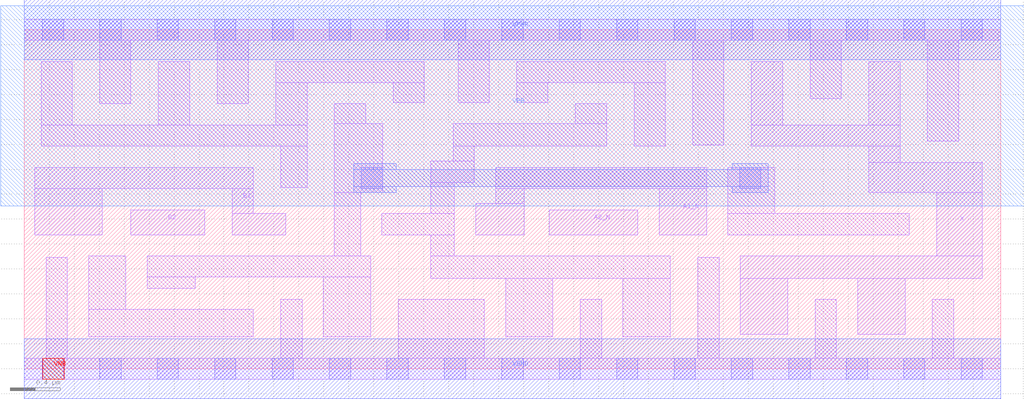
<source format=lef>
# Copyright 2020 The SkyWater PDK Authors
#
# Licensed under the Apache License, Version 2.0 (the "License");
# you may not use this file except in compliance with the License.
# You may obtain a copy of the License at
#
#     https://www.apache.org/licenses/LICENSE-2.0
#
# Unless required by applicable law or agreed to in writing, software
# distributed under the License is distributed on an "AS IS" BASIS,
# WITHOUT WARRANTIES OR CONDITIONS OF ANY KIND, either express or implied.
# See the License for the specific language governing permissions and
# limitations under the License.
#
# SPDX-License-Identifier: Apache-2.0

VERSION 5.7 ;
  NOWIREEXTENSIONATPIN ON ;
  DIVIDERCHAR "/" ;
  BUSBITCHARS "[]" ;
PROPERTYDEFINITIONS
  MACRO maskLayoutSubType STRING ;
  MACRO prCellType STRING ;
  MACRO originalViewName STRING ;
END PROPERTYDEFINITIONS
MACRO sky130_fd_sc_hdll__a2bb2o_4
  CLASS CORE ;
  FOREIGN sky130_fd_sc_hdll__a2bb2o_4 ;
  ORIGIN  0.000000  0.000000 ;
  SIZE  7.820000 BY  2.720000 ;
  SYMMETRY X Y R90 ;
  SITE unithd ;
  PIN A1_N
    ANTENNAGATEAREA  0.555000 ;
    DIRECTION INPUT ;
    USE SIGNAL ;
    PORT
      LAYER li1 ;
        RECT 3.615000 1.075000 4.005000 1.325000 ;
        RECT 3.775000 1.325000 4.005000 1.445000 ;
        RECT 3.775000 1.445000 5.465000 1.615000 ;
        RECT 5.085000 1.075000 5.465000 1.445000 ;
    END
  END A1_N
  PIN A2_N
    ANTENNAGATEAREA  0.555000 ;
    DIRECTION INPUT ;
    USE SIGNAL ;
    PORT
      LAYER li1 ;
        RECT 4.205000 1.075000 4.915000 1.275000 ;
    END
  END A2_N
  PIN B1
    ANTENNAGATEAREA  0.555000 ;
    DIRECTION INPUT ;
    USE SIGNAL ;
    PORT
      LAYER li1 ;
        RECT 0.085000 1.075000 0.625000 1.445000 ;
        RECT 0.085000 1.445000 1.835000 1.615000 ;
        RECT 1.665000 1.075000 2.095000 1.245000 ;
        RECT 1.665000 1.245000 1.835000 1.445000 ;
    END
  END B1
  PIN B2
    ANTENNAGATEAREA  0.555000 ;
    DIRECTION INPUT ;
    USE SIGNAL ;
    PORT
      LAYER li1 ;
        RECT 0.855000 1.075000 1.445000 1.275000 ;
    END
  END B2
  PIN VGND
    ANTENNADIFFAREA  1.716000 ;
    DIRECTION INOUT ;
    USE SIGNAL ;
    PORT
      LAYER met1 ;
        RECT 0.000000 -0.240000 7.820000 0.240000 ;
    END
  END VGND
  PIN VNB
    PORT
      LAYER pwell ;
        RECT 0.150000 -0.085000 0.320000 0.085000 ;
    END
  END VNB
  PIN VPB
    PORT
      LAYER nwell ;
        RECT -0.190000 1.305000 8.010000 2.910000 ;
    END
  END VPB
  PIN VPWR
    ANTENNADIFFAREA  1.700000 ;
    DIRECTION INOUT ;
    USE SIGNAL ;
    PORT
      LAYER met1 ;
        RECT 0.000000 2.480000 7.820000 2.960000 ;
    END
  END VPWR
  PIN X
    ANTENNADIFFAREA  1.028500 ;
    DIRECTION OUTPUT ;
    USE SIGNAL ;
    PORT
      LAYER li1 ;
        RECT 5.735000 0.275000 6.115000 0.725000 ;
        RECT 5.735000 0.725000 7.675000 0.905000 ;
        RECT 5.825000 1.785000 7.015000 1.955000 ;
        RECT 5.825000 1.955000 6.075000 2.465000 ;
        RECT 6.675000 0.275000 7.055000 0.725000 ;
        RECT 6.765000 1.415000 7.675000 1.655000 ;
        RECT 6.765000 1.655000 7.015000 1.785000 ;
        RECT 6.765000 1.955000 7.015000 2.465000 ;
        RECT 7.310000 0.905000 7.675000 1.415000 ;
    END
  END X
  OBS
    LAYER li1 ;
      RECT 0.000000 -0.085000 7.820000 0.085000 ;
      RECT 0.000000  2.635000 7.820000 2.805000 ;
      RECT 0.135000  1.785000 2.265000 1.955000 ;
      RECT 0.135000  1.955000 0.385000 2.465000 ;
      RECT 0.175000  0.085000 0.345000 0.895000 ;
      RECT 0.515000  0.255000 1.835000 0.475000 ;
      RECT 0.515000  0.475000 0.815000 0.905000 ;
      RECT 0.605000  2.125000 0.855000 2.635000 ;
      RECT 0.985000  0.645000 1.370000 0.735000 ;
      RECT 0.985000  0.735000 2.775000 0.905000 ;
      RECT 1.075000  1.955000 1.325000 2.465000 ;
      RECT 1.545000  2.125000 1.795000 2.635000 ;
      RECT 2.015000  1.955000 2.265000 2.295000 ;
      RECT 2.015000  2.295000 3.205000 2.465000 ;
      RECT 2.055000  0.085000 2.225000 0.555000 ;
      RECT 2.055000  1.455000 2.265000 1.785000 ;
      RECT 2.395000  0.255000 2.775000 0.735000 ;
      RECT 2.485000  0.905000 2.695000 1.415000 ;
      RECT 2.485000  1.415000 2.870000 1.965000 ;
      RECT 2.485000  1.965000 2.735000 2.125000 ;
      RECT 2.865000  1.075000 3.445000 1.245000 ;
      RECT 2.955000  2.135000 3.205000 2.295000 ;
      RECT 2.995000  0.085000 3.685000 0.555000 ;
      RECT 3.255000  0.725000 5.175000 0.905000 ;
      RECT 3.255000  0.905000 3.445000 1.075000 ;
      RECT 3.255000  1.245000 3.445000 1.495000 ;
      RECT 3.255000  1.495000 3.605000 1.665000 ;
      RECT 3.435000  1.665000 3.605000 1.785000 ;
      RECT 3.435000  1.785000 4.665000 1.965000 ;
      RECT 3.475000  2.135000 3.725000 2.635000 ;
      RECT 3.855000  0.255000 4.235000 0.725000 ;
      RECT 3.945000  2.135000 4.195000 2.295000 ;
      RECT 3.945000  2.295000 5.135000 2.465000 ;
      RECT 4.415000  1.965000 4.665000 2.125000 ;
      RECT 4.455000  0.085000 4.625000 0.555000 ;
      RECT 4.795000  0.255000 5.175000 0.725000 ;
      RECT 4.885000  1.785000 5.135000 2.295000 ;
      RECT 5.355000  1.795000 5.605000 2.635000 ;
      RECT 5.395000  0.085000 5.565000 0.895000 ;
      RECT 5.635000  1.075000 7.090000 1.245000 ;
      RECT 5.635000  1.245000 6.010000 1.615000 ;
      RECT 6.295000  2.165000 6.545000 2.635000 ;
      RECT 6.335000  0.085000 6.505000 0.555000 ;
      RECT 7.235000  1.825000 7.485000 2.635000 ;
      RECT 7.275000  0.085000 7.445000 0.555000 ;
    LAYER mcon ;
      RECT 0.145000 -0.085000 0.315000 0.085000 ;
      RECT 0.145000  2.635000 0.315000 2.805000 ;
      RECT 0.605000 -0.085000 0.775000 0.085000 ;
      RECT 0.605000  2.635000 0.775000 2.805000 ;
      RECT 1.065000 -0.085000 1.235000 0.085000 ;
      RECT 1.065000  2.635000 1.235000 2.805000 ;
      RECT 1.525000 -0.085000 1.695000 0.085000 ;
      RECT 1.525000  2.635000 1.695000 2.805000 ;
      RECT 1.985000 -0.085000 2.155000 0.085000 ;
      RECT 1.985000  2.635000 2.155000 2.805000 ;
      RECT 2.445000 -0.085000 2.615000 0.085000 ;
      RECT 2.445000  2.635000 2.615000 2.805000 ;
      RECT 2.700000  1.445000 2.870000 1.615000 ;
      RECT 2.905000 -0.085000 3.075000 0.085000 ;
      RECT 2.905000  2.635000 3.075000 2.805000 ;
      RECT 3.365000 -0.085000 3.535000 0.085000 ;
      RECT 3.365000  2.635000 3.535000 2.805000 ;
      RECT 3.825000 -0.085000 3.995000 0.085000 ;
      RECT 3.825000  2.635000 3.995000 2.805000 ;
      RECT 4.285000 -0.085000 4.455000 0.085000 ;
      RECT 4.285000  2.635000 4.455000 2.805000 ;
      RECT 4.745000 -0.085000 4.915000 0.085000 ;
      RECT 4.745000  2.635000 4.915000 2.805000 ;
      RECT 5.205000 -0.085000 5.375000 0.085000 ;
      RECT 5.205000  2.635000 5.375000 2.805000 ;
      RECT 5.665000 -0.085000 5.835000 0.085000 ;
      RECT 5.665000  2.635000 5.835000 2.805000 ;
      RECT 5.730000  1.445000 5.900000 1.615000 ;
      RECT 6.125000 -0.085000 6.295000 0.085000 ;
      RECT 6.125000  2.635000 6.295000 2.805000 ;
      RECT 6.585000 -0.085000 6.755000 0.085000 ;
      RECT 6.585000  2.635000 6.755000 2.805000 ;
      RECT 7.045000 -0.085000 7.215000 0.085000 ;
      RECT 7.045000  2.635000 7.215000 2.805000 ;
      RECT 7.505000 -0.085000 7.675000 0.085000 ;
      RECT 7.505000  2.635000 7.675000 2.805000 ;
    LAYER met1 ;
      RECT 2.640000 1.415000 2.980000 1.460000 ;
      RECT 2.640000 1.460000 5.960000 1.600000 ;
      RECT 2.640000 1.600000 2.980000 1.645000 ;
      RECT 5.670000 1.415000 5.960000 1.460000 ;
      RECT 5.670000 1.600000 5.960000 1.645000 ;
  END
  PROPERTY maskLayoutSubType "abstract" ;
  PROPERTY prCellType "standard" ;
  PROPERTY originalViewName "layout" ;
END sky130_fd_sc_hdll__a2bb2o_4
END LIBRARY

</source>
